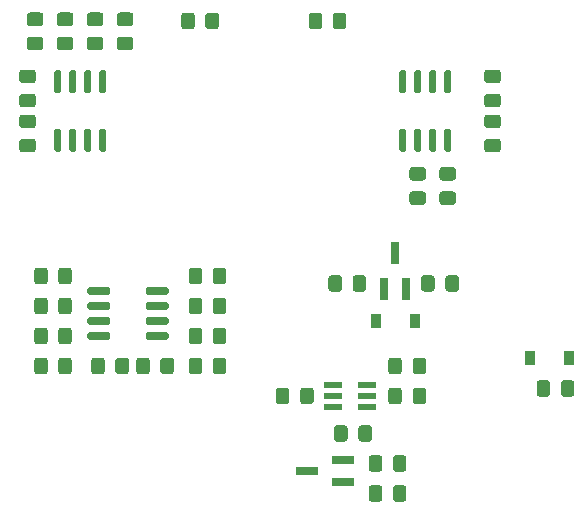
<source format=gbr>
G04 #@! TF.GenerationSoftware,KiCad,Pcbnew,5.1.6-c6e7f7d~87~ubuntu18.04.1*
G04 #@! TF.CreationDate,2020-08-01T20:03:32-04:00*
G04 #@! TF.ProjectId,mutron_III_plug_in_board,6d757472-6f6e-45f4-9949-495f706c7567,rev?*
G04 #@! TF.SameCoordinates,Original*
G04 #@! TF.FileFunction,Paste,Top*
G04 #@! TF.FilePolarity,Positive*
%FSLAX46Y46*%
G04 Gerber Fmt 4.6, Leading zero omitted, Abs format (unit mm)*
G04 Created by KiCad (PCBNEW 5.1.6-c6e7f7d~87~ubuntu18.04.1) date 2020-08-01 20:03:32*
%MOMM*%
%LPD*%
G01*
G04 APERTURE LIST*
%ADD10R,0.800000X1.900000*%
%ADD11R,1.900000X0.800000*%
%ADD12R,1.500000X0.550000*%
%ADD13R,0.900000X1.200000*%
G04 APERTURE END LIST*
G36*
G01*
X118590000Y-78255000D02*
X118590000Y-77955000D01*
G75*
G02*
X118740000Y-77805000I150000J0D01*
G01*
X120390000Y-77805000D01*
G75*
G02*
X120540000Y-77955000I0J-150000D01*
G01*
X120540000Y-78255000D01*
G75*
G02*
X120390000Y-78405000I-150000J0D01*
G01*
X118740000Y-78405000D01*
G75*
G02*
X118590000Y-78255000I0J150000D01*
G01*
G37*
G36*
G01*
X118590000Y-79525000D02*
X118590000Y-79225000D01*
G75*
G02*
X118740000Y-79075000I150000J0D01*
G01*
X120390000Y-79075000D01*
G75*
G02*
X120540000Y-79225000I0J-150000D01*
G01*
X120540000Y-79525000D01*
G75*
G02*
X120390000Y-79675000I-150000J0D01*
G01*
X118740000Y-79675000D01*
G75*
G02*
X118590000Y-79525000I0J150000D01*
G01*
G37*
G36*
G01*
X118590000Y-80795000D02*
X118590000Y-80495000D01*
G75*
G02*
X118740000Y-80345000I150000J0D01*
G01*
X120390000Y-80345000D01*
G75*
G02*
X120540000Y-80495000I0J-150000D01*
G01*
X120540000Y-80795000D01*
G75*
G02*
X120390000Y-80945000I-150000J0D01*
G01*
X118740000Y-80945000D01*
G75*
G02*
X118590000Y-80795000I0J150000D01*
G01*
G37*
G36*
G01*
X118590000Y-82065000D02*
X118590000Y-81765000D01*
G75*
G02*
X118740000Y-81615000I150000J0D01*
G01*
X120390000Y-81615000D01*
G75*
G02*
X120540000Y-81765000I0J-150000D01*
G01*
X120540000Y-82065000D01*
G75*
G02*
X120390000Y-82215000I-150000J0D01*
G01*
X118740000Y-82215000D01*
G75*
G02*
X118590000Y-82065000I0J150000D01*
G01*
G37*
G36*
G01*
X113640000Y-82065000D02*
X113640000Y-81765000D01*
G75*
G02*
X113790000Y-81615000I150000J0D01*
G01*
X115440000Y-81615000D01*
G75*
G02*
X115590000Y-81765000I0J-150000D01*
G01*
X115590000Y-82065000D01*
G75*
G02*
X115440000Y-82215000I-150000J0D01*
G01*
X113790000Y-82215000D01*
G75*
G02*
X113640000Y-82065000I0J150000D01*
G01*
G37*
G36*
G01*
X113640000Y-80795000D02*
X113640000Y-80495000D01*
G75*
G02*
X113790000Y-80345000I150000J0D01*
G01*
X115440000Y-80345000D01*
G75*
G02*
X115590000Y-80495000I0J-150000D01*
G01*
X115590000Y-80795000D01*
G75*
G02*
X115440000Y-80945000I-150000J0D01*
G01*
X113790000Y-80945000D01*
G75*
G02*
X113640000Y-80795000I0J150000D01*
G01*
G37*
G36*
G01*
X113640000Y-79525000D02*
X113640000Y-79225000D01*
G75*
G02*
X113790000Y-79075000I150000J0D01*
G01*
X115440000Y-79075000D01*
G75*
G02*
X115590000Y-79225000I0J-150000D01*
G01*
X115590000Y-79525000D01*
G75*
G02*
X115440000Y-79675000I-150000J0D01*
G01*
X113790000Y-79675000D01*
G75*
G02*
X113640000Y-79525000I0J150000D01*
G01*
G37*
G36*
G01*
X113640000Y-78255000D02*
X113640000Y-77955000D01*
G75*
G02*
X113790000Y-77805000I150000J0D01*
G01*
X115440000Y-77805000D01*
G75*
G02*
X115590000Y-77955000I0J-150000D01*
G01*
X115590000Y-78255000D01*
G75*
G02*
X115440000Y-78405000I-150000J0D01*
G01*
X113790000Y-78405000D01*
G75*
G02*
X113640000Y-78255000I0J150000D01*
G01*
G37*
G36*
G01*
X143995000Y-64365000D02*
X144295000Y-64365000D01*
G75*
G02*
X144445000Y-64515000I0J-150000D01*
G01*
X144445000Y-66165000D01*
G75*
G02*
X144295000Y-66315000I-150000J0D01*
G01*
X143995000Y-66315000D01*
G75*
G02*
X143845000Y-66165000I0J150000D01*
G01*
X143845000Y-64515000D01*
G75*
G02*
X143995000Y-64365000I150000J0D01*
G01*
G37*
G36*
G01*
X142725000Y-64365000D02*
X143025000Y-64365000D01*
G75*
G02*
X143175000Y-64515000I0J-150000D01*
G01*
X143175000Y-66165000D01*
G75*
G02*
X143025000Y-66315000I-150000J0D01*
G01*
X142725000Y-66315000D01*
G75*
G02*
X142575000Y-66165000I0J150000D01*
G01*
X142575000Y-64515000D01*
G75*
G02*
X142725000Y-64365000I150000J0D01*
G01*
G37*
G36*
G01*
X141455000Y-64365000D02*
X141755000Y-64365000D01*
G75*
G02*
X141905000Y-64515000I0J-150000D01*
G01*
X141905000Y-66165000D01*
G75*
G02*
X141755000Y-66315000I-150000J0D01*
G01*
X141455000Y-66315000D01*
G75*
G02*
X141305000Y-66165000I0J150000D01*
G01*
X141305000Y-64515000D01*
G75*
G02*
X141455000Y-64365000I150000J0D01*
G01*
G37*
G36*
G01*
X140185000Y-64365000D02*
X140485000Y-64365000D01*
G75*
G02*
X140635000Y-64515000I0J-150000D01*
G01*
X140635000Y-66165000D01*
G75*
G02*
X140485000Y-66315000I-150000J0D01*
G01*
X140185000Y-66315000D01*
G75*
G02*
X140035000Y-66165000I0J150000D01*
G01*
X140035000Y-64515000D01*
G75*
G02*
X140185000Y-64365000I150000J0D01*
G01*
G37*
G36*
G01*
X140185000Y-59415000D02*
X140485000Y-59415000D01*
G75*
G02*
X140635000Y-59565000I0J-150000D01*
G01*
X140635000Y-61215000D01*
G75*
G02*
X140485000Y-61365000I-150000J0D01*
G01*
X140185000Y-61365000D01*
G75*
G02*
X140035000Y-61215000I0J150000D01*
G01*
X140035000Y-59565000D01*
G75*
G02*
X140185000Y-59415000I150000J0D01*
G01*
G37*
G36*
G01*
X141455000Y-59415000D02*
X141755000Y-59415000D01*
G75*
G02*
X141905000Y-59565000I0J-150000D01*
G01*
X141905000Y-61215000D01*
G75*
G02*
X141755000Y-61365000I-150000J0D01*
G01*
X141455000Y-61365000D01*
G75*
G02*
X141305000Y-61215000I0J150000D01*
G01*
X141305000Y-59565000D01*
G75*
G02*
X141455000Y-59415000I150000J0D01*
G01*
G37*
G36*
G01*
X142725000Y-59415000D02*
X143025000Y-59415000D01*
G75*
G02*
X143175000Y-59565000I0J-150000D01*
G01*
X143175000Y-61215000D01*
G75*
G02*
X143025000Y-61365000I-150000J0D01*
G01*
X142725000Y-61365000D01*
G75*
G02*
X142575000Y-61215000I0J150000D01*
G01*
X142575000Y-59565000D01*
G75*
G02*
X142725000Y-59415000I150000J0D01*
G01*
G37*
G36*
G01*
X143995000Y-59415000D02*
X144295000Y-59415000D01*
G75*
G02*
X144445000Y-59565000I0J-150000D01*
G01*
X144445000Y-61215000D01*
G75*
G02*
X144295000Y-61365000I-150000J0D01*
G01*
X143995000Y-61365000D01*
G75*
G02*
X143845000Y-61215000I0J150000D01*
G01*
X143845000Y-59565000D01*
G75*
G02*
X143995000Y-59415000I150000J0D01*
G01*
G37*
G36*
G01*
X114785000Y-64365000D02*
X115085000Y-64365000D01*
G75*
G02*
X115235000Y-64515000I0J-150000D01*
G01*
X115235000Y-66165000D01*
G75*
G02*
X115085000Y-66315000I-150000J0D01*
G01*
X114785000Y-66315000D01*
G75*
G02*
X114635000Y-66165000I0J150000D01*
G01*
X114635000Y-64515000D01*
G75*
G02*
X114785000Y-64365000I150000J0D01*
G01*
G37*
G36*
G01*
X113515000Y-64365000D02*
X113815000Y-64365000D01*
G75*
G02*
X113965000Y-64515000I0J-150000D01*
G01*
X113965000Y-66165000D01*
G75*
G02*
X113815000Y-66315000I-150000J0D01*
G01*
X113515000Y-66315000D01*
G75*
G02*
X113365000Y-66165000I0J150000D01*
G01*
X113365000Y-64515000D01*
G75*
G02*
X113515000Y-64365000I150000J0D01*
G01*
G37*
G36*
G01*
X112245000Y-64365000D02*
X112545000Y-64365000D01*
G75*
G02*
X112695000Y-64515000I0J-150000D01*
G01*
X112695000Y-66165000D01*
G75*
G02*
X112545000Y-66315000I-150000J0D01*
G01*
X112245000Y-66315000D01*
G75*
G02*
X112095000Y-66165000I0J150000D01*
G01*
X112095000Y-64515000D01*
G75*
G02*
X112245000Y-64365000I150000J0D01*
G01*
G37*
G36*
G01*
X110975000Y-64365000D02*
X111275000Y-64365000D01*
G75*
G02*
X111425000Y-64515000I0J-150000D01*
G01*
X111425000Y-66165000D01*
G75*
G02*
X111275000Y-66315000I-150000J0D01*
G01*
X110975000Y-66315000D01*
G75*
G02*
X110825000Y-66165000I0J150000D01*
G01*
X110825000Y-64515000D01*
G75*
G02*
X110975000Y-64365000I150000J0D01*
G01*
G37*
G36*
G01*
X110975000Y-59415000D02*
X111275000Y-59415000D01*
G75*
G02*
X111425000Y-59565000I0J-150000D01*
G01*
X111425000Y-61215000D01*
G75*
G02*
X111275000Y-61365000I-150000J0D01*
G01*
X110975000Y-61365000D01*
G75*
G02*
X110825000Y-61215000I0J150000D01*
G01*
X110825000Y-59565000D01*
G75*
G02*
X110975000Y-59415000I150000J0D01*
G01*
G37*
G36*
G01*
X112245000Y-59415000D02*
X112545000Y-59415000D01*
G75*
G02*
X112695000Y-59565000I0J-150000D01*
G01*
X112695000Y-61215000D01*
G75*
G02*
X112545000Y-61365000I-150000J0D01*
G01*
X112245000Y-61365000D01*
G75*
G02*
X112095000Y-61215000I0J150000D01*
G01*
X112095000Y-59565000D01*
G75*
G02*
X112245000Y-59415000I150000J0D01*
G01*
G37*
G36*
G01*
X113515000Y-59415000D02*
X113815000Y-59415000D01*
G75*
G02*
X113965000Y-59565000I0J-150000D01*
G01*
X113965000Y-61215000D01*
G75*
G02*
X113815000Y-61365000I-150000J0D01*
G01*
X113515000Y-61365000D01*
G75*
G02*
X113365000Y-61215000I0J150000D01*
G01*
X113365000Y-59565000D01*
G75*
G02*
X113515000Y-59415000I150000J0D01*
G01*
G37*
G36*
G01*
X114785000Y-59415000D02*
X115085000Y-59415000D01*
G75*
G02*
X115235000Y-59565000I0J-150000D01*
G01*
X115235000Y-61215000D01*
G75*
G02*
X115085000Y-61365000I-150000J0D01*
G01*
X114785000Y-61365000D01*
G75*
G02*
X114635000Y-61215000I0J150000D01*
G01*
X114635000Y-59565000D01*
G75*
G02*
X114785000Y-59415000I150000J0D01*
G01*
G37*
G36*
G01*
X143060000Y-77019999D02*
X143060000Y-77920001D01*
G75*
G02*
X142810001Y-78170000I-249999J0D01*
G01*
X142159999Y-78170000D01*
G75*
G02*
X141910000Y-77920001I0J249999D01*
G01*
X141910000Y-77019999D01*
G75*
G02*
X142159999Y-76770000I249999J0D01*
G01*
X142810001Y-76770000D01*
G75*
G02*
X143060000Y-77019999I0J-249999D01*
G01*
G37*
G36*
G01*
X145110000Y-77019999D02*
X145110000Y-77920001D01*
G75*
G02*
X144860001Y-78170000I-249999J0D01*
G01*
X144209999Y-78170000D01*
G75*
G02*
X143960000Y-77920001I0J249999D01*
G01*
X143960000Y-77019999D01*
G75*
G02*
X144209999Y-76770000I249999J0D01*
G01*
X144860001Y-76770000D01*
G75*
G02*
X145110000Y-77019999I0J-249999D01*
G01*
G37*
G36*
G01*
X135195000Y-77019999D02*
X135195000Y-77920001D01*
G75*
G02*
X134945001Y-78170000I-249999J0D01*
G01*
X134294999Y-78170000D01*
G75*
G02*
X134045000Y-77920001I0J249999D01*
G01*
X134045000Y-77019999D01*
G75*
G02*
X134294999Y-76770000I249999J0D01*
G01*
X134945001Y-76770000D01*
G75*
G02*
X135195000Y-77019999I0J-249999D01*
G01*
G37*
G36*
G01*
X137245000Y-77019999D02*
X137245000Y-77920001D01*
G75*
G02*
X136995001Y-78170000I-249999J0D01*
G01*
X136344999Y-78170000D01*
G75*
G02*
X136095000Y-77920001I0J249999D01*
G01*
X136095000Y-77019999D01*
G75*
G02*
X136344999Y-76770000I249999J0D01*
G01*
X136995001Y-76770000D01*
G75*
G02*
X137245000Y-77019999I0J-249999D01*
G01*
G37*
G36*
G01*
X111185000Y-79825001D02*
X111185000Y-78924999D01*
G75*
G02*
X111434999Y-78675000I249999J0D01*
G01*
X112085001Y-78675000D01*
G75*
G02*
X112335000Y-78924999I0J-249999D01*
G01*
X112335000Y-79825001D01*
G75*
G02*
X112085001Y-80075000I-249999J0D01*
G01*
X111434999Y-80075000D01*
G75*
G02*
X111185000Y-79825001I0J249999D01*
G01*
G37*
G36*
G01*
X109135000Y-79825001D02*
X109135000Y-78924999D01*
G75*
G02*
X109384999Y-78675000I249999J0D01*
G01*
X110035001Y-78675000D01*
G75*
G02*
X110285000Y-78924999I0J-249999D01*
G01*
X110285000Y-79825001D01*
G75*
G02*
X110035001Y-80075000I-249999J0D01*
G01*
X109384999Y-80075000D01*
G75*
G02*
X109135000Y-79825001I0J249999D01*
G01*
G37*
G36*
G01*
X110285000Y-84004999D02*
X110285000Y-84905001D01*
G75*
G02*
X110035001Y-85155000I-249999J0D01*
G01*
X109384999Y-85155000D01*
G75*
G02*
X109135000Y-84905001I0J249999D01*
G01*
X109135000Y-84004999D01*
G75*
G02*
X109384999Y-83755000I249999J0D01*
G01*
X110035001Y-83755000D01*
G75*
G02*
X110285000Y-84004999I0J-249999D01*
G01*
G37*
G36*
G01*
X112335000Y-84004999D02*
X112335000Y-84905001D01*
G75*
G02*
X112085001Y-85155000I-249999J0D01*
G01*
X111434999Y-85155000D01*
G75*
G02*
X111185000Y-84905001I0J249999D01*
G01*
X111185000Y-84004999D01*
G75*
G02*
X111434999Y-83755000I249999J0D01*
G01*
X112085001Y-83755000D01*
G75*
G02*
X112335000Y-84004999I0J-249999D01*
G01*
G37*
G36*
G01*
X110285000Y-81464999D02*
X110285000Y-82365001D01*
G75*
G02*
X110035001Y-82615000I-249999J0D01*
G01*
X109384999Y-82615000D01*
G75*
G02*
X109135000Y-82365001I0J249999D01*
G01*
X109135000Y-81464999D01*
G75*
G02*
X109384999Y-81215000I249999J0D01*
G01*
X110035001Y-81215000D01*
G75*
G02*
X110285000Y-81464999I0J-249999D01*
G01*
G37*
G36*
G01*
X112335000Y-81464999D02*
X112335000Y-82365001D01*
G75*
G02*
X112085001Y-82615000I-249999J0D01*
G01*
X111434999Y-82615000D01*
G75*
G02*
X111185000Y-82365001I0J249999D01*
G01*
X111185000Y-81464999D01*
G75*
G02*
X111434999Y-81215000I249999J0D01*
G01*
X112085001Y-81215000D01*
G75*
G02*
X112335000Y-81464999I0J-249999D01*
G01*
G37*
G36*
G01*
X152830000Y-85909999D02*
X152830000Y-86810001D01*
G75*
G02*
X152580001Y-87060000I-249999J0D01*
G01*
X151929999Y-87060000D01*
G75*
G02*
X151680000Y-86810001I0J249999D01*
G01*
X151680000Y-85909999D01*
G75*
G02*
X151929999Y-85660000I249999J0D01*
G01*
X152580001Y-85660000D01*
G75*
G02*
X152830000Y-85909999I0J-249999D01*
G01*
G37*
G36*
G01*
X154880000Y-85909999D02*
X154880000Y-86810001D01*
G75*
G02*
X154630001Y-87060000I-249999J0D01*
G01*
X153979999Y-87060000D01*
G75*
G02*
X153730000Y-86810001I0J249999D01*
G01*
X153730000Y-85909999D01*
G75*
G02*
X153979999Y-85660000I249999J0D01*
G01*
X154630001Y-85660000D01*
G75*
G02*
X154880000Y-85909999I0J-249999D01*
G01*
G37*
G36*
G01*
X139515000Y-93160001D02*
X139515000Y-92259999D01*
G75*
G02*
X139764999Y-92010000I249999J0D01*
G01*
X140415001Y-92010000D01*
G75*
G02*
X140665000Y-92259999I0J-249999D01*
G01*
X140665000Y-93160001D01*
G75*
G02*
X140415001Y-93410000I-249999J0D01*
G01*
X139764999Y-93410000D01*
G75*
G02*
X139515000Y-93160001I0J249999D01*
G01*
G37*
G36*
G01*
X137465000Y-93160001D02*
X137465000Y-92259999D01*
G75*
G02*
X137714999Y-92010000I249999J0D01*
G01*
X138365001Y-92010000D01*
G75*
G02*
X138615000Y-92259999I0J-249999D01*
G01*
X138615000Y-93160001D01*
G75*
G02*
X138365001Y-93410000I-249999J0D01*
G01*
X137714999Y-93410000D01*
G75*
G02*
X137465000Y-93160001I0J249999D01*
G01*
G37*
G36*
G01*
X141175000Y-84905001D02*
X141175000Y-84004999D01*
G75*
G02*
X141424999Y-83755000I249999J0D01*
G01*
X142075001Y-83755000D01*
G75*
G02*
X142325000Y-84004999I0J-249999D01*
G01*
X142325000Y-84905001D01*
G75*
G02*
X142075001Y-85155000I-249999J0D01*
G01*
X141424999Y-85155000D01*
G75*
G02*
X141175000Y-84905001I0J249999D01*
G01*
G37*
G36*
G01*
X139125000Y-84905001D02*
X139125000Y-84004999D01*
G75*
G02*
X139374999Y-83755000I249999J0D01*
G01*
X140025001Y-83755000D01*
G75*
G02*
X140275000Y-84004999I0J-249999D01*
G01*
X140275000Y-84905001D01*
G75*
G02*
X140025001Y-85155000I-249999J0D01*
G01*
X139374999Y-85155000D01*
G75*
G02*
X139125000Y-84905001I0J249999D01*
G01*
G37*
G36*
G01*
X140275000Y-86544999D02*
X140275000Y-87445001D01*
G75*
G02*
X140025001Y-87695000I-249999J0D01*
G01*
X139374999Y-87695000D01*
G75*
G02*
X139125000Y-87445001I0J249999D01*
G01*
X139125000Y-86544999D01*
G75*
G02*
X139374999Y-86295000I249999J0D01*
G01*
X140025001Y-86295000D01*
G75*
G02*
X140275000Y-86544999I0J-249999D01*
G01*
G37*
G36*
G01*
X142325000Y-86544999D02*
X142325000Y-87445001D01*
G75*
G02*
X142075001Y-87695000I-249999J0D01*
G01*
X141424999Y-87695000D01*
G75*
G02*
X141175000Y-87445001I0J249999D01*
G01*
X141175000Y-86544999D01*
G75*
G02*
X141424999Y-86295000I249999J0D01*
G01*
X142075001Y-86295000D01*
G75*
G02*
X142325000Y-86544999I0J-249999D01*
G01*
G37*
G36*
G01*
X124275000Y-79825001D02*
X124275000Y-78924999D01*
G75*
G02*
X124524999Y-78675000I249999J0D01*
G01*
X125175001Y-78675000D01*
G75*
G02*
X125425000Y-78924999I0J-249999D01*
G01*
X125425000Y-79825001D01*
G75*
G02*
X125175001Y-80075000I-249999J0D01*
G01*
X124524999Y-80075000D01*
G75*
G02*
X124275000Y-79825001I0J249999D01*
G01*
G37*
G36*
G01*
X122225000Y-79825001D02*
X122225000Y-78924999D01*
G75*
G02*
X122474999Y-78675000I249999J0D01*
G01*
X123125001Y-78675000D01*
G75*
G02*
X123375000Y-78924999I0J-249999D01*
G01*
X123375000Y-79825001D01*
G75*
G02*
X123125001Y-80075000I-249999J0D01*
G01*
X122474999Y-80075000D01*
G75*
G02*
X122225000Y-79825001I0J249999D01*
G01*
G37*
G36*
G01*
X138615000Y-94799999D02*
X138615000Y-95700001D01*
G75*
G02*
X138365001Y-95950000I-249999J0D01*
G01*
X137714999Y-95950000D01*
G75*
G02*
X137465000Y-95700001I0J249999D01*
G01*
X137465000Y-94799999D01*
G75*
G02*
X137714999Y-94550000I249999J0D01*
G01*
X138365001Y-94550000D01*
G75*
G02*
X138615000Y-94799999I0J-249999D01*
G01*
G37*
G36*
G01*
X140665000Y-94799999D02*
X140665000Y-95700001D01*
G75*
G02*
X140415001Y-95950000I-249999J0D01*
G01*
X139764999Y-95950000D01*
G75*
G02*
X139515000Y-95700001I0J249999D01*
G01*
X139515000Y-94799999D01*
G75*
G02*
X139764999Y-94550000I249999J0D01*
G01*
X140415001Y-94550000D01*
G75*
G02*
X140665000Y-94799999I0J-249999D01*
G01*
G37*
G36*
G01*
X136585000Y-90620001D02*
X136585000Y-89719999D01*
G75*
G02*
X136834999Y-89470000I249999J0D01*
G01*
X137485001Y-89470000D01*
G75*
G02*
X137735000Y-89719999I0J-249999D01*
G01*
X137735000Y-90620001D01*
G75*
G02*
X137485001Y-90870000I-249999J0D01*
G01*
X136834999Y-90870000D01*
G75*
G02*
X136585000Y-90620001I0J249999D01*
G01*
G37*
G36*
G01*
X134535000Y-90620001D02*
X134535000Y-89719999D01*
G75*
G02*
X134784999Y-89470000I249999J0D01*
G01*
X135435001Y-89470000D01*
G75*
G02*
X135685000Y-89719999I0J-249999D01*
G01*
X135685000Y-90620001D01*
G75*
G02*
X135435001Y-90870000I-249999J0D01*
G01*
X134784999Y-90870000D01*
G75*
G02*
X134535000Y-90620001I0J249999D01*
G01*
G37*
G36*
G01*
X124275000Y-82365001D02*
X124275000Y-81464999D01*
G75*
G02*
X124524999Y-81215000I249999J0D01*
G01*
X125175001Y-81215000D01*
G75*
G02*
X125425000Y-81464999I0J-249999D01*
G01*
X125425000Y-82365001D01*
G75*
G02*
X125175001Y-82615000I-249999J0D01*
G01*
X124524999Y-82615000D01*
G75*
G02*
X124275000Y-82365001I0J249999D01*
G01*
G37*
G36*
G01*
X122225000Y-82365001D02*
X122225000Y-81464999D01*
G75*
G02*
X122474999Y-81215000I249999J0D01*
G01*
X123125001Y-81215000D01*
G75*
G02*
X123375000Y-81464999I0J-249999D01*
G01*
X123375000Y-82365001D01*
G75*
G02*
X123125001Y-82615000I-249999J0D01*
G01*
X122474999Y-82615000D01*
G75*
G02*
X122225000Y-82365001I0J249999D01*
G01*
G37*
G36*
G01*
X131650000Y-87445001D02*
X131650000Y-86544999D01*
G75*
G02*
X131899999Y-86295000I249999J0D01*
G01*
X132550001Y-86295000D01*
G75*
G02*
X132800000Y-86544999I0J-249999D01*
G01*
X132800000Y-87445001D01*
G75*
G02*
X132550001Y-87695000I-249999J0D01*
G01*
X131899999Y-87695000D01*
G75*
G02*
X131650000Y-87445001I0J249999D01*
G01*
G37*
G36*
G01*
X129600000Y-87445001D02*
X129600000Y-86544999D01*
G75*
G02*
X129849999Y-86295000I249999J0D01*
G01*
X130500001Y-86295000D01*
G75*
G02*
X130750000Y-86544999I0J-249999D01*
G01*
X130750000Y-87445001D01*
G75*
G02*
X130500001Y-87695000I-249999J0D01*
G01*
X129849999Y-87695000D01*
G75*
G02*
X129600000Y-87445001I0J249999D01*
G01*
G37*
G36*
G01*
X123375000Y-84004999D02*
X123375000Y-84905001D01*
G75*
G02*
X123125001Y-85155000I-249999J0D01*
G01*
X122474999Y-85155000D01*
G75*
G02*
X122225000Y-84905001I0J249999D01*
G01*
X122225000Y-84004999D01*
G75*
G02*
X122474999Y-83755000I249999J0D01*
G01*
X123125001Y-83755000D01*
G75*
G02*
X123375000Y-84004999I0J-249999D01*
G01*
G37*
G36*
G01*
X125425000Y-84004999D02*
X125425000Y-84905001D01*
G75*
G02*
X125175001Y-85155000I-249999J0D01*
G01*
X124524999Y-85155000D01*
G75*
G02*
X124275000Y-84905001I0J249999D01*
G01*
X124275000Y-84004999D01*
G75*
G02*
X124524999Y-83755000I249999J0D01*
G01*
X125175001Y-83755000D01*
G75*
G02*
X125425000Y-84004999I0J-249999D01*
G01*
G37*
G36*
G01*
X123375000Y-76384999D02*
X123375000Y-77285001D01*
G75*
G02*
X123125001Y-77535000I-249999J0D01*
G01*
X122474999Y-77535000D01*
G75*
G02*
X122225000Y-77285001I0J249999D01*
G01*
X122225000Y-76384999D01*
G75*
G02*
X122474999Y-76135000I249999J0D01*
G01*
X123125001Y-76135000D01*
G75*
G02*
X123375000Y-76384999I0J-249999D01*
G01*
G37*
G36*
G01*
X125425000Y-76384999D02*
X125425000Y-77285001D01*
G75*
G02*
X125175001Y-77535000I-249999J0D01*
G01*
X124524999Y-77535000D01*
G75*
G02*
X124275000Y-77285001I0J249999D01*
G01*
X124275000Y-76384999D01*
G75*
G02*
X124524999Y-76135000I249999J0D01*
G01*
X125175001Y-76135000D01*
G75*
G02*
X125425000Y-76384999I0J-249999D01*
G01*
G37*
G36*
G01*
X133535000Y-54794999D02*
X133535000Y-55695001D01*
G75*
G02*
X133285001Y-55945000I-249999J0D01*
G01*
X132634999Y-55945000D01*
G75*
G02*
X132385000Y-55695001I0J249999D01*
G01*
X132385000Y-54794999D01*
G75*
G02*
X132634999Y-54545000I249999J0D01*
G01*
X133285001Y-54545000D01*
G75*
G02*
X133535000Y-54794999I0J-249999D01*
G01*
G37*
G36*
G01*
X135585000Y-54794999D02*
X135585000Y-55695001D01*
G75*
G02*
X135335001Y-55945000I-249999J0D01*
G01*
X134684999Y-55945000D01*
G75*
G02*
X134435000Y-55695001I0J249999D01*
G01*
X134435000Y-54794999D01*
G75*
G02*
X134684999Y-54545000I249999J0D01*
G01*
X135335001Y-54545000D01*
G75*
G02*
X135585000Y-54794999I0J-249999D01*
G01*
G37*
G36*
G01*
X122740000Y-54794999D02*
X122740000Y-55695001D01*
G75*
G02*
X122490001Y-55945000I-249999J0D01*
G01*
X121839999Y-55945000D01*
G75*
G02*
X121590000Y-55695001I0J249999D01*
G01*
X121590000Y-54794999D01*
G75*
G02*
X121839999Y-54545000I249999J0D01*
G01*
X122490001Y-54545000D01*
G75*
G02*
X122740000Y-54794999I0J-249999D01*
G01*
G37*
G36*
G01*
X124790000Y-54794999D02*
X124790000Y-55695001D01*
G75*
G02*
X124540001Y-55945000I-249999J0D01*
G01*
X123889999Y-55945000D01*
G75*
G02*
X123640000Y-55695001I0J249999D01*
G01*
X123640000Y-54794999D01*
G75*
G02*
X123889999Y-54545000I249999J0D01*
G01*
X124540001Y-54545000D01*
G75*
G02*
X124790000Y-54794999I0J-249999D01*
G01*
G37*
G36*
G01*
X116389999Y-56575000D02*
X117290001Y-56575000D01*
G75*
G02*
X117540000Y-56824999I0J-249999D01*
G01*
X117540000Y-57475001D01*
G75*
G02*
X117290001Y-57725000I-249999J0D01*
G01*
X116389999Y-57725000D01*
G75*
G02*
X116140000Y-57475001I0J249999D01*
G01*
X116140000Y-56824999D01*
G75*
G02*
X116389999Y-56575000I249999J0D01*
G01*
G37*
G36*
G01*
X116389999Y-54525000D02*
X117290001Y-54525000D01*
G75*
G02*
X117540000Y-54774999I0J-249999D01*
G01*
X117540000Y-55425001D01*
G75*
G02*
X117290001Y-55675000I-249999J0D01*
G01*
X116389999Y-55675000D01*
G75*
G02*
X116140000Y-55425001I0J249999D01*
G01*
X116140000Y-54774999D01*
G75*
G02*
X116389999Y-54525000I249999J0D01*
G01*
G37*
G36*
G01*
X113849999Y-56575000D02*
X114750001Y-56575000D01*
G75*
G02*
X115000000Y-56824999I0J-249999D01*
G01*
X115000000Y-57475001D01*
G75*
G02*
X114750001Y-57725000I-249999J0D01*
G01*
X113849999Y-57725000D01*
G75*
G02*
X113600000Y-57475001I0J249999D01*
G01*
X113600000Y-56824999D01*
G75*
G02*
X113849999Y-56575000I249999J0D01*
G01*
G37*
G36*
G01*
X113849999Y-54525000D02*
X114750001Y-54525000D01*
G75*
G02*
X115000000Y-54774999I0J-249999D01*
G01*
X115000000Y-55425001D01*
G75*
G02*
X114750001Y-55675000I-249999J0D01*
G01*
X113849999Y-55675000D01*
G75*
G02*
X113600000Y-55425001I0J249999D01*
G01*
X113600000Y-54774999D01*
G75*
G02*
X113849999Y-54525000I249999J0D01*
G01*
G37*
G36*
G01*
X108769999Y-56575000D02*
X109670001Y-56575000D01*
G75*
G02*
X109920000Y-56824999I0J-249999D01*
G01*
X109920000Y-57475001D01*
G75*
G02*
X109670001Y-57725000I-249999J0D01*
G01*
X108769999Y-57725000D01*
G75*
G02*
X108520000Y-57475001I0J249999D01*
G01*
X108520000Y-56824999D01*
G75*
G02*
X108769999Y-56575000I249999J0D01*
G01*
G37*
G36*
G01*
X108769999Y-54525000D02*
X109670001Y-54525000D01*
G75*
G02*
X109920000Y-54774999I0J-249999D01*
G01*
X109920000Y-55425001D01*
G75*
G02*
X109670001Y-55675000I-249999J0D01*
G01*
X108769999Y-55675000D01*
G75*
G02*
X108520000Y-55425001I0J249999D01*
G01*
X108520000Y-54774999D01*
G75*
G02*
X108769999Y-54525000I249999J0D01*
G01*
G37*
G36*
G01*
X112210001Y-55675000D02*
X111309999Y-55675000D01*
G75*
G02*
X111060000Y-55425001I0J249999D01*
G01*
X111060000Y-54774999D01*
G75*
G02*
X111309999Y-54525000I249999J0D01*
G01*
X112210001Y-54525000D01*
G75*
G02*
X112460000Y-54774999I0J-249999D01*
G01*
X112460000Y-55425001D01*
G75*
G02*
X112210001Y-55675000I-249999J0D01*
G01*
G37*
G36*
G01*
X112210001Y-57725000D02*
X111309999Y-57725000D01*
G75*
G02*
X111060000Y-57475001I0J249999D01*
G01*
X111060000Y-56824999D01*
G75*
G02*
X111309999Y-56575000I249999J0D01*
G01*
X112210001Y-56575000D01*
G75*
G02*
X112460000Y-56824999I0J-249999D01*
G01*
X112460000Y-57475001D01*
G75*
G02*
X112210001Y-57725000I-249999J0D01*
G01*
G37*
G36*
G01*
X144595001Y-68765000D02*
X143694999Y-68765000D01*
G75*
G02*
X143445000Y-68515001I0J249999D01*
G01*
X143445000Y-67864999D01*
G75*
G02*
X143694999Y-67615000I249999J0D01*
G01*
X144595001Y-67615000D01*
G75*
G02*
X144845000Y-67864999I0J-249999D01*
G01*
X144845000Y-68515001D01*
G75*
G02*
X144595001Y-68765000I-249999J0D01*
G01*
G37*
G36*
G01*
X144595001Y-70815000D02*
X143694999Y-70815000D01*
G75*
G02*
X143445000Y-70565001I0J249999D01*
G01*
X143445000Y-69914999D01*
G75*
G02*
X143694999Y-69665000I249999J0D01*
G01*
X144595001Y-69665000D01*
G75*
G02*
X144845000Y-69914999I0J-249999D01*
G01*
X144845000Y-70565001D01*
G75*
G02*
X144595001Y-70815000I-249999J0D01*
G01*
G37*
G36*
G01*
X142055001Y-68765000D02*
X141154999Y-68765000D01*
G75*
G02*
X140905000Y-68515001I0J249999D01*
G01*
X140905000Y-67864999D01*
G75*
G02*
X141154999Y-67615000I249999J0D01*
G01*
X142055001Y-67615000D01*
G75*
G02*
X142305000Y-67864999I0J-249999D01*
G01*
X142305000Y-68515001D01*
G75*
G02*
X142055001Y-68765000I-249999J0D01*
G01*
G37*
G36*
G01*
X142055001Y-70815000D02*
X141154999Y-70815000D01*
G75*
G02*
X140905000Y-70565001I0J249999D01*
G01*
X140905000Y-69914999D01*
G75*
G02*
X141154999Y-69665000I249999J0D01*
G01*
X142055001Y-69665000D01*
G75*
G02*
X142305000Y-69914999I0J-249999D01*
G01*
X142305000Y-70565001D01*
G75*
G02*
X142055001Y-70815000I-249999J0D01*
G01*
G37*
D10*
X139700000Y-74930000D03*
X140650000Y-77930000D03*
X138750000Y-77930000D03*
D11*
X132255000Y-93345000D03*
X135255000Y-92395000D03*
X135255000Y-94295000D03*
D12*
X137340000Y-86045000D03*
X137340000Y-86995000D03*
X137340000Y-87945000D03*
X134440000Y-87945000D03*
X134440000Y-86995000D03*
X134440000Y-86045000D03*
D13*
X138050000Y-80645000D03*
X141350000Y-80645000D03*
X154430000Y-83820000D03*
X151130000Y-83820000D03*
G36*
G01*
X116020000Y-84905001D02*
X116020000Y-84004999D01*
G75*
G02*
X116269999Y-83755000I249999J0D01*
G01*
X116920001Y-83755000D01*
G75*
G02*
X117170000Y-84004999I0J-249999D01*
G01*
X117170000Y-84905001D01*
G75*
G02*
X116920001Y-85155000I-249999J0D01*
G01*
X116269999Y-85155000D01*
G75*
G02*
X116020000Y-84905001I0J249999D01*
G01*
G37*
G36*
G01*
X113970000Y-84905001D02*
X113970000Y-84004999D01*
G75*
G02*
X114219999Y-83755000I249999J0D01*
G01*
X114870001Y-83755000D01*
G75*
G02*
X115120000Y-84004999I0J-249999D01*
G01*
X115120000Y-84905001D01*
G75*
G02*
X114870001Y-85155000I-249999J0D01*
G01*
X114219999Y-85155000D01*
G75*
G02*
X113970000Y-84905001I0J249999D01*
G01*
G37*
G36*
G01*
X119830000Y-84905001D02*
X119830000Y-84004999D01*
G75*
G02*
X120079999Y-83755000I249999J0D01*
G01*
X120730001Y-83755000D01*
G75*
G02*
X120980000Y-84004999I0J-249999D01*
G01*
X120980000Y-84905001D01*
G75*
G02*
X120730001Y-85155000I-249999J0D01*
G01*
X120079999Y-85155000D01*
G75*
G02*
X119830000Y-84905001I0J249999D01*
G01*
G37*
G36*
G01*
X117780000Y-84905001D02*
X117780000Y-84004999D01*
G75*
G02*
X118029999Y-83755000I249999J0D01*
G01*
X118680001Y-83755000D01*
G75*
G02*
X118930000Y-84004999I0J-249999D01*
G01*
X118930000Y-84905001D01*
G75*
G02*
X118680001Y-85155000I-249999J0D01*
G01*
X118029999Y-85155000D01*
G75*
G02*
X117780000Y-84905001I0J249999D01*
G01*
G37*
G36*
G01*
X147504999Y-61410000D02*
X148405001Y-61410000D01*
G75*
G02*
X148655000Y-61659999I0J-249999D01*
G01*
X148655000Y-62310001D01*
G75*
G02*
X148405001Y-62560000I-249999J0D01*
G01*
X147504999Y-62560000D01*
G75*
G02*
X147255000Y-62310001I0J249999D01*
G01*
X147255000Y-61659999D01*
G75*
G02*
X147504999Y-61410000I249999J0D01*
G01*
G37*
G36*
G01*
X147504999Y-59360000D02*
X148405001Y-59360000D01*
G75*
G02*
X148655000Y-59609999I0J-249999D01*
G01*
X148655000Y-60260001D01*
G75*
G02*
X148405001Y-60510000I-249999J0D01*
G01*
X147504999Y-60510000D01*
G75*
G02*
X147255000Y-60260001I0J249999D01*
G01*
X147255000Y-59609999D01*
G75*
G02*
X147504999Y-59360000I249999J0D01*
G01*
G37*
G36*
G01*
X147504999Y-65220000D02*
X148405001Y-65220000D01*
G75*
G02*
X148655000Y-65469999I0J-249999D01*
G01*
X148655000Y-66120001D01*
G75*
G02*
X148405001Y-66370000I-249999J0D01*
G01*
X147504999Y-66370000D01*
G75*
G02*
X147255000Y-66120001I0J249999D01*
G01*
X147255000Y-65469999D01*
G75*
G02*
X147504999Y-65220000I249999J0D01*
G01*
G37*
G36*
G01*
X147504999Y-63170000D02*
X148405001Y-63170000D01*
G75*
G02*
X148655000Y-63419999I0J-249999D01*
G01*
X148655000Y-64070001D01*
G75*
G02*
X148405001Y-64320000I-249999J0D01*
G01*
X147504999Y-64320000D01*
G75*
G02*
X147255000Y-64070001I0J249999D01*
G01*
X147255000Y-63419999D01*
G75*
G02*
X147504999Y-63170000I249999J0D01*
G01*
G37*
G36*
G01*
X108134999Y-61410000D02*
X109035001Y-61410000D01*
G75*
G02*
X109285000Y-61659999I0J-249999D01*
G01*
X109285000Y-62310001D01*
G75*
G02*
X109035001Y-62560000I-249999J0D01*
G01*
X108134999Y-62560000D01*
G75*
G02*
X107885000Y-62310001I0J249999D01*
G01*
X107885000Y-61659999D01*
G75*
G02*
X108134999Y-61410000I249999J0D01*
G01*
G37*
G36*
G01*
X108134999Y-59360000D02*
X109035001Y-59360000D01*
G75*
G02*
X109285000Y-59609999I0J-249999D01*
G01*
X109285000Y-60260001D01*
G75*
G02*
X109035001Y-60510000I-249999J0D01*
G01*
X108134999Y-60510000D01*
G75*
G02*
X107885000Y-60260001I0J249999D01*
G01*
X107885000Y-59609999D01*
G75*
G02*
X108134999Y-59360000I249999J0D01*
G01*
G37*
G36*
G01*
X108134999Y-65220000D02*
X109035001Y-65220000D01*
G75*
G02*
X109285000Y-65469999I0J-249999D01*
G01*
X109285000Y-66120001D01*
G75*
G02*
X109035001Y-66370000I-249999J0D01*
G01*
X108134999Y-66370000D01*
G75*
G02*
X107885000Y-66120001I0J249999D01*
G01*
X107885000Y-65469999D01*
G75*
G02*
X108134999Y-65220000I249999J0D01*
G01*
G37*
G36*
G01*
X108134999Y-63170000D02*
X109035001Y-63170000D01*
G75*
G02*
X109285000Y-63419999I0J-249999D01*
G01*
X109285000Y-64070001D01*
G75*
G02*
X109035001Y-64320000I-249999J0D01*
G01*
X108134999Y-64320000D01*
G75*
G02*
X107885000Y-64070001I0J249999D01*
G01*
X107885000Y-63419999D01*
G75*
G02*
X108134999Y-63170000I249999J0D01*
G01*
G37*
G36*
G01*
X111185000Y-77285001D02*
X111185000Y-76384999D01*
G75*
G02*
X111434999Y-76135000I249999J0D01*
G01*
X112085001Y-76135000D01*
G75*
G02*
X112335000Y-76384999I0J-249999D01*
G01*
X112335000Y-77285001D01*
G75*
G02*
X112085001Y-77535000I-249999J0D01*
G01*
X111434999Y-77535000D01*
G75*
G02*
X111185000Y-77285001I0J249999D01*
G01*
G37*
G36*
G01*
X109135000Y-77285001D02*
X109135000Y-76384999D01*
G75*
G02*
X109384999Y-76135000I249999J0D01*
G01*
X110035001Y-76135000D01*
G75*
G02*
X110285000Y-76384999I0J-249999D01*
G01*
X110285000Y-77285001D01*
G75*
G02*
X110035001Y-77535000I-249999J0D01*
G01*
X109384999Y-77535000D01*
G75*
G02*
X109135000Y-77285001I0J249999D01*
G01*
G37*
M02*

</source>
